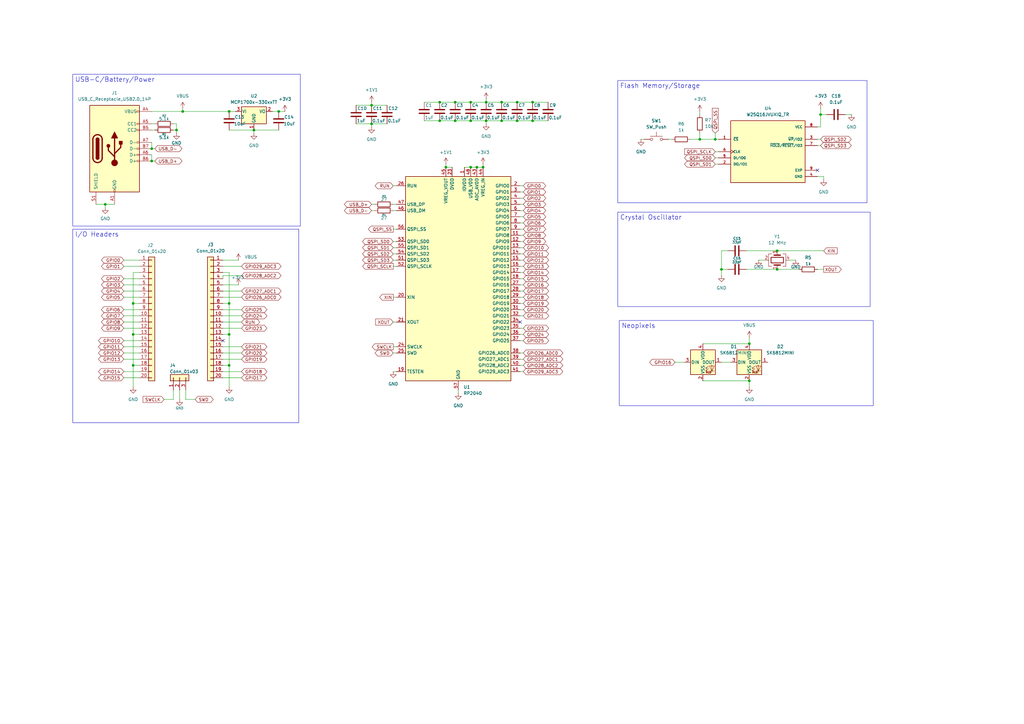
<source format=kicad_sch>
(kicad_sch (version 20250114) (generator "eeschema") (generator_version "9.0")
  (paper "A3")
  (text_box "USB-C/Battery/Power" (at 29.845 30.48 0) (size 93.345 62.23) (margins 0.9525 0.9525 0.9525 0.9525) (effects (font (size 1.905 1.905)) (justify left top)))
  (text_box "Crystal Oscillator" (at 253.365 86.995 0) (size 103.505 38.735) (margins 0.9525 0.9525 0.9525 0.9525) (effects (font (size 1.905 1.905)) (justify left top)))
  (text_box "Flash Memory/Storage" (at 253.365 33.02 0) (size 102.235 50.165) (margins 0.9525 0.9525 0.9525 0.9525) (effects (font (size 1.905 1.905)) (justify left top)))
  (text_box "Neopixels" (at 254 131.445 0) (size 104.14 34.925) (margins 0.9525 0.9525 0.9525 0.9525) (effects (font (size 1.905 1.905)) (justify left top)))
  (text_box "I/O Headers\n" (at 29.845 93.98 0) (size 92.71 79.375) (margins 0.9525 0.9525 0.9525 0.9525) (effects (font (size 1.905 1.905)) (justify left top)))
  (junction (at 93.98 149.86))
  (junction (at 93.98 45.72))
  (junction (at 193.04 68.58))
  (junction (at 43.18 83.82))
  (junction (at 295.91 110.49))
  (junction (at 93.98 137.16))
  (junction (at 307.34 156.21))
  (junction (at 199.39 41.91))
  (junction (at 193.04 49.53))
  (junction (at 318.77 110.49))
  (junction (at 205.74 41.91))
  (junction (at 318.77 102.87))
  (junction (at 54.61 149.86))
  (junction (at 218.44 41.91))
  (junction (at 307.34 140.97))
  (junction (at 193.04 41.91))
  (junction (at 186.69 49.53))
  (junction (at 198.12 68.58))
  (junction (at 180.34 41.91))
  (junction (at 152.4 50.8))
  (junction (at 218.44 49.53))
  (junction (at 199.39 49.53))
  (junction (at 336.55 46.99))
  (junction (at 114.3 45.72))
  (junction (at 93.98 124.46))
  (junction (at 54.61 137.16))
  (junction (at 54.61 124.46))
  (junction (at 205.74 49.53))
  (junction (at 212.09 41.91))
  (junction (at 74.93 45.72))
  (junction (at 212.09 49.53))
  (junction (at 186.69 41.91))
  (junction (at 182.88 68.58))
  (junction (at 195.58 68.58))
  (junction (at 152.4 43.18))
  (junction (at 104.14 53.34))
  (junction (at 62.23 60.96))
  (junction (at 293.37 57.15))
  (junction (at 287.02 57.15))
  (junction (at 62.23 66.04))
  (junction (at 180.34 49.53))
  (junction (at 72.39 53.34))
  (no_connect (at 213.36 132.08))
  (no_connect (at 91.44 139.7))
  (no_connect (at 335.28 69.85))
  (wire (pts (xy 213.36 134.62) (xy 214.63 134.62)))
  (wire (pts (xy 186.69 49.53) (xy 193.04 49.53)))
  (wire (pts (xy 173.99 49.53) (xy 180.34 49.53)))
  (wire (pts (xy 161.29 86.36) (xy 162.56 86.36)))
  (wire (pts (xy 287.02 54.61) (xy 287.02 57.15)))
  (wire (pts (xy 50.8 121.92) (xy 57.15 121.92)))
  (wire (pts (xy 161.29 101.6) (xy 162.56 101.6)))
  (wire (pts (xy 116.84 45.72) (xy 114.3 45.72)))
  (wire (pts (xy 74.93 45.72) (xy 93.98 45.72)))
  (wire (pts (xy 93.98 111.76) (xy 91.44 111.76)))
  (wire (pts (xy 161.29 132.08) (xy 162.56 132.08)))
  (wire (pts (xy 180.34 41.91) (xy 186.69 41.91)))
  (wire (pts (xy 152.4 50.8) (xy 152.4 52.07)))
  (wire (pts (xy 193.04 68.58) (xy 195.58 68.58)))
  (wire (pts (xy 91.44 121.92) (xy 99.06 121.92)))
  (wire (pts (xy 213.36 139.7) (xy 214.63 139.7)))
  (wire (pts (xy 54.61 149.86) (xy 54.61 137.16)))
  (wire (pts (xy 213.36 101.6) (xy 214.63 101.6)))
  (wire (pts (xy 213.36 127) (xy 214.63 127)))
  (wire (pts (xy 54.61 149.86) (xy 57.15 149.86)))
  (wire (pts (xy 54.61 124.46) (xy 57.15 124.46)))
  (wire (pts (xy 93.98 124.46) (xy 93.98 111.76)))
  (wire (pts (xy 62.23 66.04) (xy 63.5 66.04)))
  (wire (pts (xy 93.98 149.86) (xy 93.98 137.16)))
  (wire (pts (xy 152.4 86.36) (xy 153.67 86.36)))
  (wire (pts (xy 326.39 106.68) (xy 323.85 106.68)))
  (wire (pts (xy 318.77 110.49) (xy 327.66 110.49)))
  (wire (pts (xy 62.23 45.72) (xy 74.93 45.72)))
  (wire (pts (xy 213.36 106.68) (xy 214.63 106.68)))
  (wire (pts (xy 50.8 119.38) (xy 57.15 119.38)))
  (wire (pts (xy 336.55 52.07) (xy 335.28 52.07)))
  (wire (pts (xy 91.44 132.08) (xy 99.06 132.08)))
  (wire (pts (xy 213.36 109.22) (xy 214.63 109.22)))
  (wire (pts (xy 182.88 68.58) (xy 185.42 68.58)))
  (wire (pts (xy 205.74 41.91) (xy 212.09 41.91)))
  (wire (pts (xy 213.36 147.32) (xy 214.63 147.32)))
  (wire (pts (xy 50.8 109.22) (xy 57.15 109.22)))
  (wire (pts (xy 283.21 57.15) (xy 287.02 57.15)))
  (wire (pts (xy 72.39 54.61) (xy 72.39 53.34)))
  (wire (pts (xy 198.12 67.31) (xy 198.12 68.58)))
  (wire (pts (xy 91.44 134.62) (xy 99.06 134.62)))
  (wire (pts (xy 161.29 152.4) (xy 162.56 152.4)))
  (wire (pts (xy 161.29 93.98) (xy 162.56 93.98)))
  (wire (pts (xy 62.23 58.42) (xy 62.23 60.96)))
  (wire (pts (xy 54.61 137.16) (xy 54.61 124.46)))
  (wire (pts (xy 311.15 106.68) (xy 313.69 106.68)))
  (wire (pts (xy 50.8 134.62) (xy 57.15 134.62)))
  (wire (pts (xy 276.86 148.59) (xy 280.67 148.59)))
  (wire (pts (xy 213.36 78.74) (xy 214.63 78.74)))
  (wire (pts (xy 161.29 106.68) (xy 162.56 106.68)))
  (wire (pts (xy 213.36 111.76) (xy 214.63 111.76)))
  (wire (pts (xy 213.36 119.38) (xy 214.63 119.38)))
  (wire (pts (xy 43.18 83.82) (xy 43.18 85.09)))
  (wire (pts (xy 76.2 163.83) (xy 76.2 160.02)))
  (wire (pts (xy 50.8 154.94) (xy 57.15 154.94)))
  (wire (pts (xy 50.8 142.24) (xy 57.15 142.24)))
  (wire (pts (xy 213.36 124.46) (xy 214.63 124.46)))
  (wire (pts (xy 287.02 57.15) (xy 293.37 57.15)))
  (wire (pts (xy 336.55 57.15) (xy 335.28 57.15)))
  (wire (pts (xy 104.14 53.34) (xy 114.3 53.34)))
  (wire (pts (xy 213.36 91.44) (xy 214.63 91.44)))
  (wire (pts (xy 91.44 137.16) (xy 93.98 137.16)))
  (wire (pts (xy 218.44 41.91) (xy 224.79 41.91)))
  (wire (pts (xy 318.77 102.87) (xy 337.82 102.87)))
  (wire (pts (xy 307.34 156.21) (xy 288.29 156.21)))
  (wire (pts (xy 152.4 41.91) (xy 152.4 43.18)))
  (wire (pts (xy 213.36 116.84) (xy 214.63 116.84)))
  (wire (pts (xy 54.61 124.46) (xy 54.61 111.76)))
  (wire (pts (xy 93.98 45.72) (xy 96.52 45.72)))
  (wire (pts (xy 91.44 116.84) (xy 97.79 116.84)))
  (wire (pts (xy 54.61 137.16) (xy 57.15 137.16)))
  (wire (pts (xy 161.29 104.14) (xy 162.56 104.14)))
  (wire (pts (xy 213.36 83.82) (xy 214.63 83.82)))
  (wire (pts (xy 293.37 64.77) (xy 294.64 64.77)))
  (wire (pts (xy 91.44 119.38) (xy 99.06 119.38)))
  (wire (pts (xy 335.28 110.49) (xy 337.82 110.49)))
  (wire (pts (xy 91.44 124.46) (xy 93.98 124.46)))
  (wire (pts (xy 293.37 57.15) (xy 294.64 57.15)))
  (wire (pts (xy 161.29 109.22) (xy 162.56 109.22)))
  (wire (pts (xy 62.23 50.8) (xy 63.5 50.8)))
  (wire (pts (xy 213.36 144.78) (xy 214.63 144.78)))
  (wire (pts (xy 161.29 144.78) (xy 162.56 144.78)))
  (wire (pts (xy 91.44 109.22) (xy 99.06 109.22)))
  (wire (pts (xy 213.36 99.06) (xy 214.63 99.06)))
  (wire (pts (xy 213.36 96.52) (xy 214.63 96.52)))
  (wire (pts (xy 161.29 76.2) (xy 162.56 76.2)))
  (wire (pts (xy 91.44 154.94) (xy 99.06 154.94)))
  (wire (pts (xy 111.76 45.72) (xy 114.3 45.72)))
  (wire (pts (xy 293.37 62.23) (xy 294.64 62.23)))
  (wire (pts (xy 306.07 110.49) (xy 318.77 110.49)))
  (wire (pts (xy 213.36 86.36) (xy 214.63 86.36)))
  (wire (pts (xy 99.06 113.03) (xy 91.44 113.03)))
  (wire (pts (xy 67.31 163.83) (xy 71.12 163.83)))
  (wire (pts (xy 213.36 88.9) (xy 214.63 88.9)))
  (wire (pts (xy 186.69 41.91) (xy 193.04 41.91)))
  (wire (pts (xy 218.44 49.53) (xy 224.79 49.53)))
  (wire (pts (xy 62.23 53.34) (xy 63.5 53.34)))
  (wire (pts (xy 199.39 41.91) (xy 205.74 41.91)))
  (wire (pts (xy 161.29 142.24) (xy 162.56 142.24)))
  (wire (pts (xy 293.37 67.31) (xy 294.64 67.31)))
  (wire (pts (xy 262.89 57.15) (xy 264.16 57.15)))
  (wire (pts (xy 39.37 83.82) (xy 43.18 83.82)))
  (wire (pts (xy 306.07 102.87) (xy 318.77 102.87)))
  (wire (pts (xy 199.39 49.53) (xy 199.39 50.8)))
  (wire (pts (xy 74.93 44.45) (xy 74.93 45.72)))
  (wire (pts (xy 50.8 144.78) (xy 57.15 144.78)))
  (wire (pts (xy 91.44 142.24) (xy 99.06 142.24)))
  (wire (pts (xy 187.96 160.02) (xy 187.96 161.29)))
  (wire (pts (xy 295.91 102.87) (xy 295.91 110.49)))
  (wire (pts (xy 146.05 43.18) (xy 152.4 43.18)))
  (wire (pts (xy 213.36 81.28) (xy 214.63 81.28)))
  (wire (pts (xy 91.44 147.32) (xy 99.06 147.32)))
  (wire (pts (xy 213.36 149.86) (xy 214.63 149.86)))
  (wire (pts (xy 336.55 46.99) (xy 336.55 52.07)))
  (wire (pts (xy 161.29 83.82) (xy 162.56 83.82)))
  (wire (pts (xy 212.09 49.53) (xy 218.44 49.53)))
  (wire (pts (xy 307.34 138.43) (xy 307.34 140.97)))
  (wire (pts (xy 295.91 110.49) (xy 298.45 110.49)))
  (wire (pts (xy 180.34 49.53) (xy 186.69 49.53)))
  (wire (pts (xy 346.71 46.99) (xy 349.25 46.99)))
  (wire (pts (xy 146.05 50.8) (xy 152.4 50.8)))
  (wire (pts (xy 213.36 76.2) (xy 214.63 76.2)))
  (wire (pts (xy 213.36 129.54) (xy 214.63 129.54)))
  (wire (pts (xy 190.5 68.58) (xy 193.04 68.58)))
  (wire (pts (xy 50.8 152.4) (xy 57.15 152.4)))
  (wire (pts (xy 213.36 104.14) (xy 214.63 104.14)))
  (wire (pts (xy 71.12 163.83) (xy 71.12 160.02)))
  (wire (pts (xy 287.02 45.72) (xy 287.02 46.99)))
  (wire (pts (xy 71.12 53.34) (xy 72.39 53.34)))
  (wire (pts (xy 93.98 158.75) (xy 93.98 149.86)))
  (wire (pts (xy 50.8 116.84) (xy 57.15 116.84)))
  (wire (pts (xy 91.44 144.78) (xy 99.06 144.78)))
  (wire (pts (xy 50.8 147.32) (xy 57.15 147.32)))
  (wire (pts (xy 193.04 41.91) (xy 199.39 41.91)))
  (wire (pts (xy 50.8 132.08) (xy 57.15 132.08)))
  (wire (pts (xy 43.18 83.82) (xy 46.99 83.82)))
  (wire (pts (xy 193.04 49.53) (xy 199.39 49.53)))
  (wire (pts (xy 50.8 127) (xy 57.15 127)))
  (wire (pts (xy 62.23 60.96) (xy 63.5 60.96)))
  (wire (pts (xy 213.36 93.98) (xy 214.63 93.98)))
  (wire (pts (xy 213.36 152.4) (xy 214.63 152.4)))
  (wire (pts (xy 161.29 121.92) (xy 162.56 121.92)))
  (wire (pts (xy 205.74 49.53) (xy 212.09 49.53)))
  (wire (pts (xy 213.36 121.92) (xy 214.63 121.92)))
  (wire (pts (xy 50.8 139.7) (xy 57.15 139.7)))
  (wire (pts (xy 80.01 163.83) (xy 76.2 163.83)))
  (wire (pts (xy 152.4 50.8) (xy 158.75 50.8)))
  (wire (pts (xy 93.98 137.16) (xy 93.98 124.46)))
  (wire (pts (xy 298.45 102.87) (xy 295.91 102.87)))
  (wire (pts (xy 336.55 46.99) (xy 339.09 46.99)))
  (wire (pts (xy 50.8 114.3) (xy 57.15 114.3)))
  (wire (pts (xy 199.39 49.53) (xy 205.74 49.53)))
  (wire (pts (xy 152.4 43.18) (xy 158.75 43.18)))
  (wire (pts (xy 91.44 152.4) (xy 99.06 152.4)))
  (wire (pts (xy 295.91 110.49) (xy 295.91 113.03)))
  (wire (pts (xy 295.91 148.59) (xy 299.72 148.59)))
  (wire (pts (xy 54.61 158.75) (xy 54.61 149.86)))
  (wire (pts (xy 336.55 59.69) (xy 335.28 59.69)))
  (wire (pts (xy 91.44 149.86) (xy 93.98 149.86)))
  (wire (pts (xy 91.44 129.54) (xy 99.06 129.54)))
  (wire (pts (xy 72.39 53.34) (xy 72.39 50.8)))
  (wire (pts (xy 213.36 137.16) (xy 214.63 137.16)))
  (wire (pts (xy 50.8 106.68) (xy 57.15 106.68)))
  (wire (pts (xy 73.66 160.02) (xy 73.66 163.83)))
  (wire (pts (xy 199.39 40.64) (xy 199.39 41.91)))
  (wire (pts (xy 307.34 140.97) (xy 288.29 140.97)))
  (wire (pts (xy 213.36 114.3) (xy 214.63 114.3)))
  (wire (pts (xy 307.34 158.75) (xy 307.34 156.21)))
  (wire (pts (xy 195.58 68.58) (xy 198.12 68.58)))
  (wire (pts (xy 62.23 63.5) (xy 62.23 66.04)))
  (wire (pts (xy 152.4 83.82) (xy 153.67 83.82)))
  (wire (pts (xy 212.09 41.91) (xy 218.44 41.91)))
  (wire (pts (xy 91.44 127) (xy 99.06 127)))
  (wire (pts (xy 50.8 129.54) (xy 57.15 129.54)))
  (wire (pts (xy 97.79 106.68) (xy 91.44 106.68)))
  (wire (pts (xy 161.29 99.06) (xy 162.56 99.06)))
  (wire (pts (xy 91.44 113.03) (xy 91.44 114.3)))
  (wire (pts (xy 54.61 111.76) (xy 57.15 111.76)))
  (wire (pts (xy 182.88 67.31) (xy 182.88 68.58)))
  (wire (pts (xy 337.82 72.39) (xy 337.82 73.66)))
  (wire (pts (xy 274.32 57.15) (xy 275.59 57.15)))
  (wire (pts (xy 335.28 72.39) (xy 337.82 72.39)))
  (wire (pts (xy 93.98 53.34) (xy 104.14 53.34)))
  (wire (pts (xy 173.99 41.91) (xy 180.34 41.91)))
  (wire (pts (xy 72.39 50.8) (xy 71.12 50.8)))
  (wire (pts (xy 293.37 54.61) (xy 293.37 57.15)))
  (wire (pts (xy 104.14 53.34) (xy 104.14 54.61)))
  (wire (pts (xy 336.55 44.45) (xy 336.55 46.99)))
  (global_label "QSPI_SD3" (shape bidirectional) (at 336.55 59.69 0) (property "Intersheetrefs" "${INTERSHEET_REFS}" (effects (hide yes))))
  (global_label "GPIO8" (shape bidirectional) (at 50.8 132.08 180) (property "Intersheetrefs" "${INTERSHEET_REFS}" (effects (hide yes))))
  (global_label "GPIO9" (shape bidirectional) (at 50.8 134.62 180) (property "Intersheetrefs" "${INTERSHEET_REFS}" (effects (hide yes))))
  (global_label "QSPI_SD0" (shape bidirectional) (at 293.37 64.77 180) (property "Intersheetrefs" "${INTERSHEET_REFS}" (effects (hide yes))))
  (global_label "GPIO15" (shape bidirectional) (at 214.63 114.3 0) (property "Intersheetrefs" "${INTERSHEET_REFS}" (effects (hide yes))))
  (global_label "GPIO24" (shape bidirectional) (at 214.63 137.16 0) (property "Intersheetrefs" "${INTERSHEET_REFS}" (effects (hide yes))))
  (global_label "GPIO7" (shape bidirectional) (at 214.63 93.98 0) (property "Intersheetrefs" "${INTERSHEET_REFS}" (effects (hide yes))))
  (global_label "QSPI_SD1" (shape bidirectional) (at 161.29 101.6 180) (property "Intersheetrefs" "${INTERSHEET_REFS}" (effects (hide yes))))
  (global_label "QSPI_SS" (shape output) (at 161.29 93.98 180) (property "Intersheetrefs" "${INTERSHEET_REFS}" (effects (hide yes))))
  (global_label "QSPI_SS" (shape input) (at 293.37 54.61 90) (property "Intersheetrefs" "${INTERSHEET_REFS}" (effects (hide yes))))
  (global_label "GPIO17" (shape bidirectional) (at 99.06 154.94 0) (property "Intersheetrefs" "${INTERSHEET_REFS}" (effects (hide yes))))
  (global_label "SWCLK" (shape output) (at 161.29 142.24 180) (property "Intersheetrefs" "${INTERSHEET_REFS}" (effects (hide yes))))
  (global_label "GPIO11" (shape bidirectional) (at 214.63 104.14 0) (property "Intersheetrefs" "${INTERSHEET_REFS}" (effects (hide yes))))
  (global_label "GPIO21" (shape bidirectional) (at 214.63 129.54 0) (property "Intersheetrefs" "${INTERSHEET_REFS}" (effects (hide yes))))
  (global_label "QSPI_SD1" (shape bidirectional) (at 293.37 67.31 180) (property "Intersheetrefs" "${INTERSHEET_REFS}" (effects (hide yes))))
  (global_label "GPIO11" (shape bidirectional) (at 50.8 142.24 180) (property "Intersheetrefs" "${INTERSHEET_REFS}" (effects (hide yes))))
  (global_label "GPIO8" (shape bidirectional) (at 214.63 96.52 0) (property "Intersheetrefs" "${INTERSHEET_REFS}" (effects (hide yes))))
  (global_label "GPIO21" (shape bidirectional) (at 99.06 142.24 0) (property "Intersheetrefs" "${INTERSHEET_REFS}" (effects (hide yes))))
  (global_label "GPIO29_ADC3" (shape bidirectional) (at 214.63 152.4 0) (property "Intersheetrefs" "${INTERSHEET_REFS}" (effects (hide yes))))
  (global_label "GPIO5" (shape bidirectional) (at 214.63 88.9 0) (property "Intersheetrefs" "${INTERSHEET_REFS}" (effects (hide yes))))
  (global_label "GPIO12" (shape bidirectional) (at 214.63 106.68 0) (property "Intersheetrefs" "${INTERSHEET_REFS}" (effects (hide yes))))
  (global_label "XOUT" (shape output) (at 337.82 110.49 0) (property "Intersheetrefs" "${INTERSHEET_REFS}" (effects (hide yes))))
  (global_label "QSPI_SD0" (shape bidirectional) (at 161.29 99.06 180) (property "Intersheetrefs" "${INTERSHEET_REFS}" (effects (hide yes))))
  (global_label "QSPI_SD2" (shape bidirectional) (at 161.29 104.14 180) (property "Intersheetrefs" "${INTERSHEET_REFS}" (effects (hide yes))))
  (global_label "GPIO13" (shape bidirectional) (at 50.8 147.32 180) (property "Intersheetrefs" "${INTERSHEET_REFS}" (effects (hide yes))))
  (global_label "GPIO23" (shape bidirectional) (at 99.06 134.62 0) (property "Intersheetrefs" "${INTERSHEET_REFS}" (effects (hide yes))))
  (global_label "QSPI_SD2" (shape bidirectional) (at 336.55 57.15 0) (property "Intersheetrefs" "${INTERSHEET_REFS}" (effects (hide yes))))
  (global_label "GPIO17" (shape bidirectional) (at 214.63 119.38 0) (property "Intersheetrefs" "${INTERSHEET_REFS}" (effects (hide yes))))
  (global_label "GPIO13" (shape bidirectional) (at 214.63 109.22 0) (property "Intersheetrefs" "${INTERSHEET_REFS}" (effects (hide yes))))
  (global_label "XIN" (shape output) (at 161.29 121.92 180) (property "Intersheetrefs" "${INTERSHEET_REFS}" (effects (hide yes))))
  (global_label "GPIO28_ADC2" (shape bidirectional) (at 214.63 149.86 0) (property "Intersheetrefs" "${INTERSHEET_REFS}" (effects (hide yes))))
  (global_label "GPIO2" (shape bidirectional) (at 214.63 81.28 0) (property "Intersheetrefs" "${INTERSHEET_REFS}" (effects (hide yes))))
  (global_label "GPIO15" (shape bidirectional) (at 50.8 154.94 180) (property "Intersheetrefs" "${INTERSHEET_REFS}" (effects (hide yes))))
  (global_label "RUN" (shape bidirectional) (at 99.06 132.08 0) (property "Intersheetrefs" "${INTERSHEET_REFS}" (effects (hide yes))))
  (global_label "GPIO3" (shape bidirectional) (at 214.63 83.82 0) (property "Intersheetrefs" "${INTERSHEET_REFS}" (effects (hide yes))))
  (global_label "GPIO20" (shape bidirectional) (at 214.63 127 0) (property "Intersheetrefs" "${INTERSHEET_REFS}" (effects (hide yes))))
  (global_label "GPIO5" (shape bidirectional) (at 50.8 121.92 180) (property "Intersheetrefs" "${INTERSHEET_REFS}" (effects (hide yes))))
  (global_label "GPIO6" (shape bidirectional) (at 50.8 127 180) (property "Intersheetrefs" "${INTERSHEET_REFS}" (effects (hide yes))))
  (global_label "GPIO28_ADC2" (shape bidirectional) (at 99.06 113.03 0) (property "Intersheetrefs" "${INTERSHEET_REFS}" (effects (hide yes))))
  (global_label "QSPI_SCLK" (shape output) (at 161.29 109.22 180) (property "Intersheetrefs" "${INTERSHEET_REFS}" (effects (hide yes))))
  (global_label "SWD" (shape bidirectional) (at 161.29 144.78 180) (property "Intersheetrefs" "${INTERSHEET_REFS}" (effects (hide yes))))
  (global_label "SWCLK" (shape input) (at 67.31 163.83 180) (property "Intersheetrefs" "${INTERSHEET_REFS}" (effects (hide yes))))
  (global_label "RUN" (shape bidirectional) (at 161.29 76.2 180) (property "Intersheetrefs" "${INTERSHEET_REFS}" (effects (hide yes))))
  (global_label "GPIO24" (shape bidirectional) (at 99.06 129.54 0) (property "Intersheetrefs" "${INTERSHEET_REFS}" (effects (hide yes))))
  (global_label "GPIO0" (shape bidirectional) (at 214.63 76.2 0) (property "Intersheetrefs" "${INTERSHEET_REFS}" (effects (hide yes))))
  (global_label "USB_D+" (shape bidirectional) (at 152.4 83.82 180) (property "Intersheetrefs" "${INTERSHEET_REFS}" (effects (hide yes))))
  (global_label "GPIO9" (shape bidirectional) (at 214.63 99.06 0) (property "Intersheetrefs" "${INTERSHEET_REFS}" (effects (hide yes))))
  (global_label "GPIO27_ADC1" (shape bidirectional) (at 99.06 119.38 0) (property "Intersheetrefs" "${INTERSHEET_REFS}" (effects (hide yes))))
  (global_label "GPIO16" (shape bidirectional) (at 214.63 116.84 0) (property "Intersheetrefs" "${INTERSHEET_REFS}" (effects (hide yes))))
  (global_label "GPIO12" (shape bidirectional) (at 50.8 144.78 180) (property "Intersheetrefs" "${INTERSHEET_REFS}" (effects (hide yes))))
  (global_label "QSPI_SD3" (shape bidirectional) (at 161.29 106.68 180) (property "Intersheetrefs" "${INTERSHEET_REFS}" (effects (hide yes))))
  (global_label "GPIO16" (shape bidirectional) (at 276.86 148.59 180) (property "Intersheetrefs" "${INTERSHEET_REFS}" (effects (hide yes))))
  (global_label "USB_D+" (shape bidirectional) (at 63.5 66.04 0) (property "Intersheetrefs" "${INTERSHEET_REFS}" (effects (hide yes))))
  (global_label "GPIO18" (shape bidirectional) (at 214.63 121.92 0) (property "Intersheetrefs" "${INTERSHEET_REFS}" (effects (hide yes))))
  (global_label "GPIO2" (shape bidirectional) (at 50.8 114.3 180) (property "Intersheetrefs" "${INTERSHEET_REFS}" (effects (hide yes))))
  (global_label "GPIO25" (shape bidirectional) (at 99.06 127 0) (property "Intersheetrefs" "${INTERSHEET_REFS}" (effects (hide yes))))
  (global_label "GPIO14" (shape bidirectional) (at 50.8 152.4 180) (property "Intersheetrefs" "${INTERSHEET_REFS}" (effects (hide yes))))
  (global_label "GPIO3" (shape bidirectional) (at 50.8 116.84 180) (property "Intersheetrefs" "${INTERSHEET_REFS}" (effects (hide yes))))
  (global_label "GPIO0" (shape bidirectional) (at 50.8 106.68 180) (property "Intersheetrefs" "${INTERSHEET_REFS}" (effects (hide yes))))
  (global_label "QSPI_SCLK" (shape input) (at 293.37 62.23 180) (property "Intersheetrefs" "${INTERSHEET_REFS}" (effects (hide yes))))
  (global_label "GPIO1" (shape bidirectional) (at 214.63 78.74 0) (property "Intersheetrefs" "${INTERSHEET_REFS}" (effects (hide yes))))
  (global_label "GPIO4" (shape bidirectional) (at 50.8 119.38 180) (property "Intersheetrefs" "${INTERSHEET_REFS}" (effects (hide yes))))
  (global_label "GPIO19" (shape bidirectional) (at 99.06 147.32 0) (property "Intersheetrefs" "${INTERSHEET_REFS}" (effects (hide yes))))
  (global_label "GPIO20" (shape bidirectional) (at 99.06 144.78 0) (property "Intersheetrefs" "${INTERSHEET_REFS}" (effects (hide yes))))
  (global_label "GPIO4" (shape bidirectional) (at 214.63 86.36 0) (property "Intersheetrefs" "${INTERSHEET_REFS}" (effects (hide yes))))
  (global_label "GPIO7" (shape bidirectional) (at 50.8 129.54 180) (property "Intersheetrefs" "${INTERSHEET_REFS}" (effects (hide yes))))
  (global_label "GPIO10" (shape bidirectional) (at 50.8 139.7 180) (property "Intersheetrefs" "${INTERSHEET_REFS}" (effects (hide yes))))
  (global_label "GPIO29_ADC3" (shape bidirectional) (at 99.06 109.22 0) (property "Intersheetrefs" "${INTERSHEET_REFS}" (effects (hide yes))))
  (global_label "USB_D-" (shape bidirectional) (at 152.4 86.36 180) (property "Intersheetrefs" "${INTERSHEET_REFS}" (effects (hide yes))))
  (global_label "GPIO27_ADC1" (shape bidirectional) (at 214.63 147.32 0) (property "Intersheetrefs" "${INTERSHEET_REFS}" (effects (hide yes))))
  (global_label "XIN" (shape input) (at 337.82 102.87 0) (property "Intersheetrefs" "${INTERSHEET_REFS}" (effects (hide yes))))
  (global_label "GPIO6" (shape bidirectional) (at 214.63 91.44 0) (property "Intersheetrefs" "${INTERSHEET_REFS}" (effects (hide yes))))
  (global_label "SWD" (shape bidirectional) (at 80.01 163.83 0) (property "Intersheetrefs" "${INTERSHEET_REFS}" (effects (hide yes))))
  (global_label "GPIO18" (shape bidirectional) (at 99.06 152.4 0) (property "Intersheetrefs" "${INTERSHEET_REFS}" (effects (hide yes))))
  (global_label "GPIO26_ADC0" (shape bidirectional) (at 214.63 144.78 0) (property "Intersheetrefs" "${INTERSHEET_REFS}" (effects (hide yes))))
  (global_label "GPIO14" (shape bidirectional) (at 214.63 111.76 0) (property "Intersheetrefs" "${INTERSHEET_REFS}" (effects (hide yes))))
  (global_label "GPIO25" (shape bidirectional) (at 214.63 139.7 0) (property "Intersheetrefs" "${INTERSHEET_REFS}" (effects (hide yes))))
  (global_label "USB_D-" (shape bidirectional) (at 63.5 60.96 0) (property "Intersheetrefs" "${INTERSHEET_REFS}" (effects (hide yes))))
  (global_label "XOUT" (shape input) (at 161.29 132.08 180) (property "Intersheetrefs" "${INTERSHEET_REFS}" (effects (hide yes))))
  (global_label "GPIO1" (shape bidirectional) (at 50.8 109.22 180) (property "Intersheetrefs" "${INTERSHEET_REFS}" (effects (hide yes))))
  (global_label "GPIO26_ADC0" (shape bidirectional) (at 99.06 121.92 0) (property "Intersheetrefs" "${INTERSHEET_REFS}" (effects (hide yes))))
  (global_label "GPIO19" (shape bidirectional) (at 214.63 124.46 0) (property "Intersheetrefs" "${INTERSHEET_REFS}" (effects (hide yes))))
  (global_label "GPIO10" (shape bidirectional) (at 214.63 101.6 0) (property "Intersheetrefs" "${INTERSHEET_REFS}" (effects (hide yes))))
  (global_label "GPIO23" (shape bidirectional) (at 214.63 134.62 0) (property "Intersheetrefs" "${INTERSHEET_REFS}" (effects (hide yes))))
  (symbol (lib_id "Device:C") (at 193.04 45.72 0) (unit 1)
    (property "Reference" "C4" (at 193.548 43.18 0) (effects (justify left)))
    (property "Value" "0.1uF" (at 193.294 48.26 0) (effects (justify left)))
    (property "Footprint" "Capacitor_SMD:C_0402_1005Metric" (effects (hide yes)))
    (property "Description" "Unpolarized capacitor" (effects (hide yes)))
  )
  (symbol (lib_id "Connector_Generic:Conn_01x03") (at 73.66 154.94 90) (unit 1)
    (property "Reference" "J4" (at 69.596 149.86 90) (effects (justify right)))
    (property "Value" "Conn_01x03" (at 69.596 152.4 90) (effects (justify right)))
    (property "Footprint" "Connector_PinHeader_2.54mm:PinHeader_1x03_P2.54mm_Vertical" (effects (hide yes)))
    (property "Description" "Generic connector, single row, 01x03, script generated (kicad-library-utils/schlib/autogen/connector/)" (effects (hide yes)))
  )
  (symbol (lib_id "power:GND") (at 326.39 106.68 0) (unit 1)
    (property "Reference" "#PWR014" (effects (hide yes)))
    (property "Value" "GND" (at 326.39 109.474 0))
    (property "Description" "Power symbol creates a global label with name \"GND\" , ground" (effects (hide yes)))
  )
  (symbol (lib_id "power:GND") (at 307.34 158.75 0) (unit 1)
    (property "Reference" "#PWR018" (effects (hide yes)))
    (property "Value" "GND" (at 307.34 163.83 0))
    (property "Description" "Power symbol creates a global label with name \"GND\" , ground" (effects (hide yes)))
  )
  (symbol (lib_id "Device:C") (at 114.3 49.53 0) (unit 1)
    (property "Reference" "C14" (at 116.586 48.006 0) (effects (justify left)))
    (property "Value" "10uF" (at 116.332 50.8 0) (effects (justify left)))
    (property "Footprint" "Capacitor_SMD:C_0603_1608Metric" (effects (hide yes)))
    (property "Description" "Unpolarized capacitor" (effects (hide yes)))
  )
  (symbol (lib_id "power:GND") (at 73.66 163.83 0) (unit 1)
    (property "Reference" "#PWR022" (effects (hide yes)))
    (property "Value" "GND" (at 73.66 167.386 0) (effects (font (size 1.016 1.016))))
    (property "Description" "Power symbol creates a global label with name \"GND\" , ground" (effects (hide yes)))
  )
  (symbol (lib_id "Switch:SW_Push") (at 269.24 57.15 0) (unit 1)
    (property "Reference" "SW1" (at 269.24 49.53 0))
    (property "Value" "SW_Push" (at 269.24 52.07 0))
    (property "Footprint" "Button_Switch_SMD:SW_Push_SPST_NO_Alps_SKRK" (effects (hide yes)))
    (property "Description" "Push button switch, generic, two pins" (effects (hide yes)))
  )
  (symbol (lib_id "power:+3V3") (at 287.02 45.72 0) (unit 1)
    (property "Reference" "#PWR016" (effects (hide yes)))
    (property "Value" "+3V3" (at 287.02 40.64 0))
    (property "Description" "Power symbol creates a global label with name \"+3V3\"" (effects (hide yes)))
  )
  (symbol (lib_id "power:GND") (at 199.39 50.8 0) (unit 1)
    (property "Reference" "#PWR03" (effects (hide yes)))
    (property "Value" "GND" (at 199.39 55.88 0))
    (property "Description" "Power symbol creates a global label with name \"GND\" , ground" (effects (hide yes)))
  )
  (symbol (lib_id "Device:C") (at 180.34 45.72 0) (unit 1)
    (property "Reference" "C2" (at 180.848 43.18 0) (effects (justify left)))
    (property "Value" "0.1uF" (at 180.594 48.26 0) (effects (justify left)))
    (property "Footprint" "Capacitor_SMD:C_0402_1005Metric" (effects (hide yes)))
    (property "Description" "Unpolarized capacitor" (effects (hide yes)))
  )
  (symbol (lib_id "power:GND") (at 161.29 152.4 0) (unit 1)
    (property "Reference" "#PWR021" (effects (hide yes)))
    (property "Value" "GND" (at 161.29 157.48 0))
    (property "Description" "Power symbol creates a global label with name \"GND\" , ground" (effects (hide yes)))
  )
  (symbol (lib_id "Device:C") (at 302.26 102.87 90) (unit 1)
    (property "Reference" "C15" (at 302.26 97.79 90) (effects (font (size 1.016 1.016))))
    (property "Value" "33pF" (at 302.26 99.314 90) (effects (font (size 1.016 1.016))))
    (property "Footprint" "Capacitor_SMD:C_0402_1005Metric" (effects (hide yes)))
    (property "Description" "Unpolarized capacitor" (effects (hide yes)))
  )
  (symbol (lib_id "Device:C") (at 152.4 46.99 0) (unit 1)
    (property "Reference" "C11" (at 152.908 44.45 0) (effects (justify left)))
    (property "Value" "0.1uF" (at 152.654 49.53 0) (effects (justify left)))
    (property "Footprint" "Capacitor_SMD:C_0402_1005Metric" (effects (hide yes)))
    (property "Description" "Unpolarized capacitor" (effects (hide yes)))
  )
  (symbol (lib_id "power:GND") (at 72.39 54.61 0) (unit 1)
    (property "Reference" "#PWR09" (effects (hide yes)))
    (property "Value" "GND" (at 72.39 58.674 0))
    (property "Description" "Power symbol creates a global label with name \"GND\" , ground" (effects (hide yes)))
  )
  (symbol (lib_id "Regulator_Linear:MCP1700x-330xxTT") (at 104.14 45.72 0) (unit 1)
    (property "Reference" "U2" (at 104.14 39.37 0))
    (property "Value" "MCP1700x-330xxTT" (at 104.14 41.91 0))
    (property "Footprint" "Package_TO_SOT_SMD:SOT-23" (effects (hide yes)))
    (property "Datasheet" "http://ww1.microchip.com/downloads/en/DeviceDoc/20001826D.pdf" (effects (hide yes)))
    (property "Description" "250mA Low Quiscent Current LDO, 3.3V output, SOT-23" (effects (hide yes)))
  )
  (symbol (lib_id "power:GND") (at 93.98 158.75 0) (unit 1)
    (property "Reference" "#PWR025" (effects (hide yes)))
    (property "Value" "GND" (at 93.98 163.83 0))
    (property "Description" "Power symbol creates a global label with name \"GND\" , ground" (effects (hide yes)))
  )
  (symbol (lib_id "Device:R") (at 279.4 57.15 90) (unit 1)
    (property "Reference" "R6" (at 279.4 50.8 90))
    (property "Value" "1k" (at 279.4 53.34 90))
    (property "Footprint" "Resistor_SMD:R_0402_1005Metric" (effects (hide yes)))
    (property "Description" "Resistor" (effects (hide yes)))
  )
  (symbol (lib_id "Device:C") (at 212.09 45.72 0) (unit 1)
    (property "Reference" "C7" (at 212.598 43.18 0) (effects (justify left)))
    (property "Value" "0.1uF" (at 212.344 48.26 0) (effects (justify left)))
    (property "Footprint" "Capacitor_SMD:C_0402_1005Metric" (effects (hide yes)))
    (property "Description" "Unpolarized capacitor" (effects (hide yes)))
  )
  (symbol (lib_id "Device:C") (at 93.98 49.53 0) (unit 1)
    (property "Reference" "C13" (at 96.266 48.006 0) (effects (justify left)))
    (property "Value" "10uF" (at 96.012 50.8 0) (effects (justify left)))
    (property "Footprint" "Capacitor_SMD:C_0603_1608Metric" (effects (hide yes)))
    (property "Description" "Unpolarized capacitor" (effects (hide yes)))
  )
  (symbol (lib_id "Device:R") (at 157.48 86.36 90) (unit 1)
    (property "Reference" "R4" (at 157.48 88.138 90) (effects (font (size 0.762 0.762))))
    (property "Value" "27" (at 157.48 89.408 90))
    (property "Footprint" "Resistor_SMD:R_0402_1005Metric" (effects (hide yes)))
    (property "Description" "Resistor" (effects (hide yes)))
  )
  (symbol (lib_id "Device:C") (at 199.39 45.72 0) (unit 1)
    (property "Reference" "C5" (at 199.898 43.18 0) (effects (justify left)))
    (property "Value" "0.1uF" (at 199.644 48.26 0) (effects (justify left)))
    (property "Footprint" "Capacitor_SMD:C_0402_1005Metric" (effects (hide yes)))
    (property "Description" "Unpolarized capacitor" (effects (hide yes)))
  )
  (symbol (lib_id "power:GND") (at 311.15 106.68 0) (unit 1)
    (property "Reference" "#PWR013" (effects (hide yes)))
    (property "Value" "GND" (at 311.15 109.474 0))
    (property "Description" "Power symbol creates a global label with name \"GND\" , ground" (effects (hide yes)))
  )
  (symbol (lib_id "power:VBUS") (at 74.93 44.45 0) (unit 1)
    (property "Reference" "#PWR011" (effects (hide yes)))
    (property "Value" "VBUS" (at 74.93 39.37 0))
    (property "Description" "Power symbol creates a global label with name \"VBUS\"" (effects (hide yes)))
  )
  (symbol (lib_id "power:GND") (at 295.91 113.03 0) (unit 1)
    (property "Reference" "#PWR015" (effects (hide yes)))
    (property "Value" "GND" (at 295.91 118.11 0))
    (property "Description" "Power symbol creates a global label with name \"GND\" , ground" (effects (hide yes)))
  )
  (symbol (lib_id "power:+3V3") (at 97.79 116.84 0) (unit 1)
    (property "Reference" "#PWR024" (effects (hide yes)))
    (property "Value" "+3V3" (at 97.536 113.792 0))
    (property "Description" "Power symbol creates a global label with name \"+3V3\"" (effects (hide yes)))
  )
  (symbol (lib_id "Device:R") (at 287.02 50.8 0) (unit 1)
    (property "Reference" "R7" (at 289.052 49.276 0) (effects (justify left)))
    (property "Value" "10k" (at 289.052 51.816 0) (effects (justify left)))
    (property "Footprint" "Resistor_SMD:R_0402_1005Metric" (effects (hide yes)))
    (property "Description" "Resistor" (effects (hide yes)))
  )
  (symbol (lib_id "power:+3V3") (at 116.84 45.72 0) (unit 1)
    (property "Reference" "#PWR012" (effects (hide yes)))
    (property "Value" "+3V3" (at 116.84 40.64 0))
    (property "Description" "Power symbol creates a global label with name \"+3V3\"" (effects (hide yes)))
  )
  (symbol (lib_id "power:GND") (at 187.96 161.29 0) (unit 1)
    (property "Reference" "#PWR07" (effects (hide yes)))
    (property "Value" "GND" (at 187.96 166.37 0))
    (property "Description" "Power symbol creates a global label with name \"GND\" , ground" (effects (hide yes)))
  )
  (symbol (lib_id "Device:C") (at 158.75 46.99 0) (unit 1)
    (property "Reference" "C12" (at 159.258 44.45 0) (effects (justify left)))
    (property "Value" "0.1uF" (at 159.004 49.53 0) (effects (justify left)))
    (property "Footprint" "Capacitor_SMD:C_0402_1005Metric" (effects (hide yes)))
    (property "Description" "Unpolarized capacitor" (effects (hide yes)))
  )
  (symbol (lib_id "Connector_Generic:Conn_01x20") (at 62.23 129.54 0) (unit 1)
    (property "Reference" "J2" (at 60.452 100.584 0) (effects (justify left)))
    (property "Value" "Conn_01x20" (at 56.388 103.124 0) (effects (justify left)))
    (property "Footprint" "Connector_PinHeader_2.54mm:PinHeader_1x20_P2.54mm_Vertical" (effects (hide yes)))
    (property "Description" "Generic connector, single row, 01x20, script generated (kicad-library-utils/schlib/autogen/connector/)" (effects (hide yes)))
  )
  (symbol (lib_id "Device:R") (at 67.31 53.34 90) (unit 1)
    (property "Reference" "R1" (at 67.31 55.118 90) (effects (font (size 0.762 0.762))))
    (property "Value" "5.1k" (at 67.31 56.388 90))
    (property "Footprint" "Resistor_SMD:R_0402_1005Metric" (effects (hide yes)))
    (property "Description" "Resistor" (effects (hide yes)))
  )
  (symbol (lib_id "power:VBUS") (at 97.79 106.68 0) (unit 1)
    (property "Reference" "#PWR023" (effects (hide yes)))
    (property "Value" "VBUS" (at 100.33 105.4099 0) (effects (justify left)))
    (property "Description" "Power symbol creates a global label with name \"VBUS\"" (effects (hide yes)))
  )
  (symbol (lib_id "power:+3V3") (at 199.39 40.64 0) (unit 1)
    (property "Reference" "#PWR04" (effects (hide yes)))
    (property "Value" "+3V3" (at 199.39 35.56 0))
    (property "Description" "Power symbol creates a global label with name \"+3V3\"" (effects (hide yes)))
  )
  (symbol (lib_id "MCU_RaspberryPi:RP2040") (at 187.96 114.3 0) (unit 1)
    (property "Reference" "U1" (at 190.1033 158.75 0) (effects (justify left)))
    (property "Value" "RP2040" (at 190.1033 161.29 0) (effects (justify left)))
    (property "Footprint" "Package_DFN_QFN:QFN-56-1EP_7x7mm_P0.4mm_EP3.2x3.2mm" (effects (hide yes)))
    (property "Datasheet" "https://datasheets.raspberrypi.com/rp2040/rp2040-datasheet.pdf" (effects (hide yes)))
    (property "Description" "A microcontroller by Raspberry Pi" (effects (hide yes)))
  )
  (symbol (lib_id "Connector:USB_C_Receptacle_USB2.0_14P") (at 46.99 60.96 0) (unit 1)
    (property "Reference" "J1" (at 46.99 38.1 0))
    (property "Value" "USB_C_Receptacle_USB2.0_14P" (at 46.99 40.64 0))
    (property "Footprint" "Connector_USB:USB_C_Receptacle_HRO_TYPE-C-31-M-12" (effects (hide yes)))
    (property "Datasheet" "https://www.usb.org/sites/default/files/documents/usb_type-c.zip" (effects (hide yes)))
    (property "Description" "USB 2.0-only 14P Type-C Receptacle connector" (effects (hide yes)))
  )
  (symbol (lib_id "Device:R") (at 157.48 83.82 90) (unit 1)
    (property "Reference" "R3" (at 157.48 80.518 90) (effects (font (size 0.762 0.762))))
    (property "Value" "27" (at 157.48 81.788 90))
    (property "Footprint" "Resistor_SMD:R_0402_1005Metric" (effects (hide yes)))
    (property "Description" "Resistor" (effects (hide yes)))
  )
  (symbol (lib_id "power:GND") (at 337.82 73.66 0) (unit 1)
    (property "Reference" "#PWR031" (effects (hide yes)))
    (property "Value" "GND" (at 337.82 78.74 0))
    (property "Description" "Power symbol creates a global label with name \"GND\" , ground" (effects (hide yes)))
  )
  (symbol (lib_id "Device:C") (at 224.79 45.72 0) (unit 1)
    (property "Reference" "C9" (at 225.298 43.18 0) (effects (justify left)))
    (property "Value" "0.1uF" (at 225.044 48.26 0) (effects (justify left)))
    (property "Footprint" "Capacitor_SMD:C_0402_1005Metric" (effects (hide yes)))
    (property "Description" "Unpolarized capacitor" (effects (hide yes)))
  )
  (symbol (lib_id "Connector_Generic:Conn_01x20") (at 86.36 129.54 0) (mirror y) (unit 1)
    (property "Reference" "J3" (at 86.36 100.33 0))
    (property "Value" "Conn_01x20" (at 86.36 102.87 0))
    (property "Footprint" "Connector_PinHeader_2.54mm:PinHeader_1x20_P2.54mm_Vertical" (effects (hide yes)))
    (property "Description" "Generic connector, single row, 01x20, script generated (kicad-library-utils/schlib/autogen/connector/)" (effects (hide yes)))
  )
  (symbol (lib_id "Device:C") (at 218.44 45.72 0) (unit 1)
    (property "Reference" "C8" (at 218.948 43.18 0) (effects (justify left)))
    (property "Value" "0.1uF" (at 218.694 48.26 0) (effects (justify left)))
    (property "Footprint" "Capacitor_SMD:C_0402_1005Metric" (effects (hide yes)))
    (property "Description" "Unpolarized capacitor" (effects (hide yes)))
  )
  (symbol (lib_id "Device:C") (at 146.05 46.99 0) (unit 1)
    (property "Reference" "C10" (at 146.558 44.45 0) (effects (justify left)))
    (property "Value" "1uF" (at 146.304 49.53 0) (effects (justify left)))
    (property "Footprint" "Capacitor_SMD:C_0402_1005Metric" (effects (hide yes)))
    (property "Description" "Unpolarized capacitor" (effects (hide yes)))
  )
  (symbol (lib_id "Device:C") (at 186.69 45.72 0) (unit 1)
    (property "Reference" "C3" (at 187.198 43.18 0) (effects (justify left)))
    (property "Value" "0.1uF" (at 186.944 48.26 0) (effects (justify left)))
    (property "Footprint" "Capacitor_SMD:C_0402_1005Metric" (effects (hide yes)))
    (property "Description" "Unpolarized capacitor" (effects (hide yes)))
  )
  (symbol (lib_id "power:+3V3") (at 336.55 44.45 0) (unit 1)
    (property "Reference" "#PWR029" (effects (hide yes)))
    (property "Value" "+3V3" (at 336.55 39.37 0))
    (property "Description" "Power symbol creates a global label with name \"+3V3\"" (effects (hide yes)))
  )
  (symbol (lib_id "Device:C") (at 205.74 45.72 0) (unit 1)
    (property "Reference" "C6" (at 206.248 43.18 0) (effects (justify left)))
    (property "Value" "0.1uF" (at 205.994 48.26 0) (effects (justify left)))
    (property "Footprint" "Capacitor_SMD:C_0402_1005Metric" (effects (hide yes)))
    (property "Description" "Unpolarized capacitor" (effects (hide yes)))
  )
  (symbol (lib_id "power:GND") (at 43.18 85.09 0) (unit 1)
    (property "Reference" "#PWR08" (effects (hide yes)))
    (property "Value" "GND" (at 43.18 89.662 0))
    (property "Description" "Power symbol creates a global label with name \"GND\" , ground" (effects (hide yes)))
  )
  (symbol (lib_id "power:GND") (at 54.61 158.75 0) (unit 1)
    (property "Reference" "#PWR026" (effects (hide yes)))
    (property "Value" "GND" (at 54.61 163.83 0))
    (property "Description" "Power symbol creates a global label with name \"GND\" , ground" (effects (hide yes)))
  )
  (symbol (lib_id "power:+5V") (at 307.34 138.43 0) (unit 1)
    (property "Reference" "#PWR019" (effects (hide yes)))
    (property "Value" "VBUS" (at 307.34 133.35 0))
    (property "Description" "Power symbol creates a global label with name \"+5V\"" (effects (hide yes)))
  )
  (symbol (lib_id "LED:SK6812MINI") (at 307.34 148.59 0) (unit 1)
    (property "Reference" "D2" (at 320.04 142.1698 0))
    (property "Value" "SK6812MINI" (at 320.04 144.7098 0))
    (property "Footprint" "Hackpad:LED_6028R" (effects (hide yes)))
    (property "Datasheet" "https://cdn-shop.adafruit.com/product-files/2686/SK6812MINI_REV.01-1-2.pdf" (effects (hide yes)))
    (property "Description" "RGB LED with integrated controller" (effects (hide yes)))
  )
  (symbol (lib_id "W25Q16JVUXIQ_TR:W25Q16JVUXIQ_TR") (at 314.96 62.23 0) (unit 1)
    (property "Reference" "U4" (at 314.96 44.45 0))
    (property "Value" "W25Q16JVUXIQ_TR" (at 314.96 46.99 0))
    (property "Footprint" "W25Q16JVUXIQ_TR:IC_W25Q16JVUXIQ_TR" (effects (hide yes)))
    (property "MF" "Winbond" (effects (hide yes)))
    (property "MAXIMUM_PACKAGE_HEIGHT" "0.60mm" (effects (hide yes)))
    (property "Package" "UFDFN-8 Winbond" (effects (hide yes)))
    (property "Price" "None" (effects (hide yes)))
    (property "Check_prices" "https://www.snapeda.com/parts/W25Q16JVUXIQ%20TR/Winbond/view-part/?ref=eda" (effects (hide yes)))
    (property "STANDARD" "Manufacturer Recommendations" (effects (hide yes)))
    (property "PARTREV" "H" (effects (hide yes)))
    (property "SnapEDA_Link" "https://www.snapeda.com/parts/W25Q16JVUXIQ%20TR/Winbond/view-part/?ref=snap" (effects (hide yes)))
    (property "MP" "W25Q16JVUXIQ TR" (effects (hide yes)))
    (property "Description_1" "NOR Flash Serial (SPI, Dual SPI, Quad SPI) 3V/3.3V 16M-bit 2M x 8 6ns 8-Pin USON EP T/R" (effects (hide yes)))
    (property "MANUFACTURER" "Winbond" (effects (hide yes)))
    (property "Availability" "In Stock" (effects (hide yes)))
    (property "SNAPEDA_PN" "W25Q16JVUXIQ TR" (effects (hide yes)))
  )
  (symbol (lib_id "power:GND") (at 262.89 57.15 0) (unit 1)
    (property "Reference" "#PWR017" (effects (hide yes)))
    (property "Value" "GND" (at 262.89 62.23 0))
    (property "Description" "Power symbol creates a global label with name \"GND\" , ground" (effects (hide yes)))
  )
  (symbol (lib_id "power:GND") (at 104.14 54.61 0) (unit 1)
    (property "Reference" "#PWR010" (effects (hide yes)))
    (property "Value" "GND" (at 104.14 59.69 0))
    (property "Description" "Power symbol creates a global label with name \"GND\" , ground" (effects (hide yes)))
  )
  (symbol (lib_id "power:GND") (at 152.4 52.07 0) (unit 1)
    (property "Reference" "#PWR05" (effects (hide yes)))
    (property "Value" "GND" (at 152.4 57.15 0))
    (property "Description" "Power symbol creates a global label with name \"GND\" , ground" (effects (hide yes)))
  )
  (symbol (lib_id "power:+3V3") (at 198.12 67.31 0) (unit 1)
    (property "Reference" "#PWR02" (effects (hide yes)))
    (property "Value" "+3V3" (at 198.12 62.484 0))
    (property "Description" "Power symbol creates a global label with name \"+3V3\"" (effects (hide yes)))
  )
  (symbol (lib_id "LED:SK6812MINI") (at 288.29 148.59 0) (unit 1)
    (property "Reference" "D1" (at 300.99 142.1698 0))
    (property "Value" "SK6812MINI" (at 300.99 144.7098 0))
    (property "Footprint" "Hackpad:LED_6028R" (effects (hide yes)))
    (property "Datasheet" "https://cdn-shop.adafruit.com/product-files/2686/SK6812MINI_REV.01-1-2.pdf" (effects (hide yes)))
    (property "Description" "RGB LED with integrated controller" (effects (hide yes)))
  )
  (symbol (lib_id "Device:Crystal_GND24") (at 318.77 106.68 90) (unit 1)
    (property "Reference" "Y1" (at 318.77 97.028 90))
    (property "Value" "12 MHz" (at 318.77 99.568 90))
    (property "Footprint" "Crystal:Crystal_SMD_3225-4Pin_3.2x2.5mm" (effects (hide yes)))
    (property "Description" "Four pin crystal, GND on pins 2 and 4" (effects (hide yes)))
  )
  (symbol (lib_id "Device:C") (at 173.99 45.72 0) (unit 1)
    (property "Reference" "C1" (at 174.498 43.18 0) (effects (justify left)))
    (property "Value" "1uF" (at 174.244 48.26 0) (effects (justify left)))
    (property "Footprint" "Capacitor_SMD:C_0402_1005Metric" (effects (hide yes)))
    (property "Description" "Unpolarized capacitor" (effects (hide yes)))
  )
  (symbol (lib_id "Device:R") (at 67.31 50.8 90) (unit 1)
    (property "Reference" "R2" (at 67.31 47.498 90) (effects (font (size 0.762 0.762))))
    (property "Value" "5.1k" (at 67.31 48.768 90))
    (property "Footprint" "Resistor_SMD:R_0402_1005Metric" (effects (hide yes)))
    (property "Description" "Resistor" (effects (hide yes)))
  )
  (symbol (lib_id "power:+1V1") (at 152.4 41.91 0) (unit 1)
    (property "Reference" "#PWR06" (effects (hide yes)))
    (property "Value" "+1V1" (at 152.4 36.83 0))
    (property "Description" "Power symbol creates a global label with name \"+1V1\"" (effects (hide yes)))
  )
  (symbol (lib_id "Device:C") (at 302.26 110.49 90) (unit 1)
    (property "Reference" "C16" (at 302.26 105.918 90) (effects (font (size 1.016 1.016))))
    (property "Value" "33pF" (at 302.26 107.442 90) (effects (font (size 1.016 1.016))))
    (property "Footprint" "Capacitor_SMD:C_0402_1005Metric" (effects (hide yes)))
    (property "Description" "Unpolarized capacitor" (effects (hide yes)))
  )
  (symbol (lib_id "power:+1V1") (at 182.88 67.31 0) (unit 1)
    (property "Reference" "#PWR01" (effects (hide yes)))
    (property "Value" "+1V1" (at 182.88 62.484 0))
    (property "Description" "Power symbol creates a global label with name \"+1V1\"" (effects (hide yes)))
  )
  (symbol (lib_id "Device:C") (at 342.9 46.99 270) (unit 1)
    (property "Reference" "C18" (at 342.9 39.37 90))
    (property "Value" "0.1uF" (at 342.9 41.91 90))
    (property "Footprint" "Capacitor_SMD:C_0402_1005Metric" (effects (hide yes)))
    (property "Description" "Unpolarized capacitor" (effects (hide yes)))
  )
  (symbol (lib_id "Device:R") (at 331.47 110.49 90) (unit 1)
    (property "Reference" "R5" (at 331.47 105.664 90))
    (property "Value" "1k" (at 331.47 108.204 90))
    (property "Footprint" "Resistor_SMD:R_0402_1005Metric" (effects (hide yes)))
    (property "Description" "Resistor" (effects (hide yes)))
  )
  (symbol (lib_id "power:GND") (at 349.25 46.99 0) (unit 1)
    (property "Reference" "#PWR030" (effects (hide yes)))
    (property "Value" "GND" (at 349.25 52.07 0))
    (property "Description" "Power symbol creates a global label with name \"GND\" , ground" (effects (hide yes)))
  )
)
</source>
